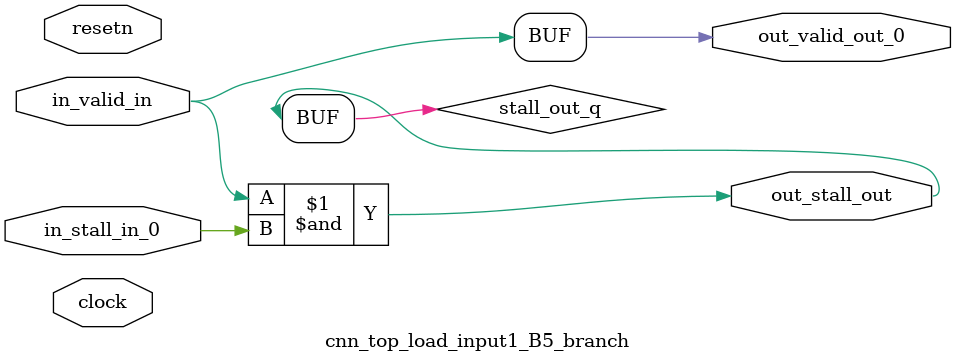
<source format=sv>



(* altera_attribute = "-name AUTO_SHIFT_REGISTER_RECOGNITION OFF; -name MESSAGE_DISABLE 10036; -name MESSAGE_DISABLE 10037; -name MESSAGE_DISABLE 14130; -name MESSAGE_DISABLE 14320; -name MESSAGE_DISABLE 15400; -name MESSAGE_DISABLE 14130; -name MESSAGE_DISABLE 10036; -name MESSAGE_DISABLE 12020; -name MESSAGE_DISABLE 12030; -name MESSAGE_DISABLE 12010; -name MESSAGE_DISABLE 12110; -name MESSAGE_DISABLE 14320; -name MESSAGE_DISABLE 13410; -name MESSAGE_DISABLE 113007; -name MESSAGE_DISABLE 10958" *)
module cnn_top_load_input1_B5_branch (
    input wire [0:0] in_stall_in_0,
    input wire [0:0] in_valid_in,
    output wire [0:0] out_stall_out,
    output wire [0:0] out_valid_out_0,
    input wire clock,
    input wire resetn
    );

    wire [0:0] stall_out_q;


    // stall_out(LOGICAL,6)
    assign stall_out_q = in_valid_in & in_stall_in_0;

    // out_stall_out(GPOUT,4)
    assign out_stall_out = stall_out_q;

    // out_valid_out_0(GPOUT,5)
    assign out_valid_out_0 = in_valid_in;

endmodule

</source>
